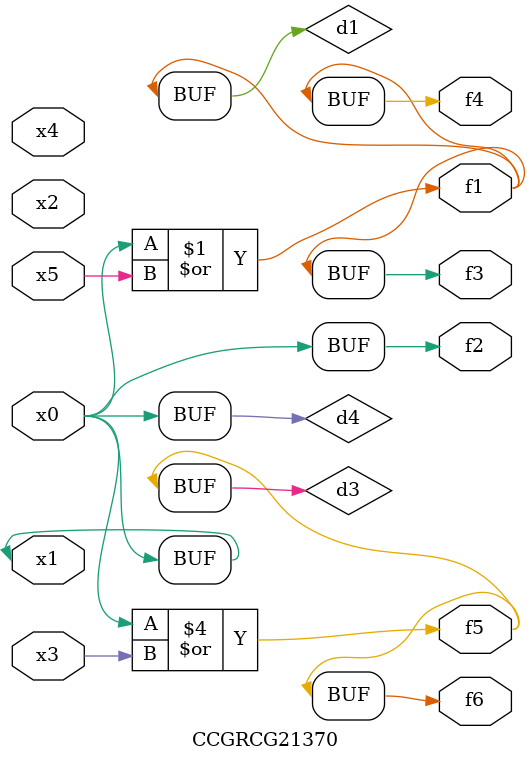
<source format=v>
module CCGRCG21370(
	input x0, x1, x2, x3, x4, x5,
	output f1, f2, f3, f4, f5, f6
);

	wire d1, d2, d3, d4;

	or (d1, x0, x5);
	xnor (d2, x1, x4);
	or (d3, x0, x3);
	buf (d4, x0, x1);
	assign f1 = d1;
	assign f2 = d4;
	assign f3 = d1;
	assign f4 = d1;
	assign f5 = d3;
	assign f6 = d3;
endmodule

</source>
